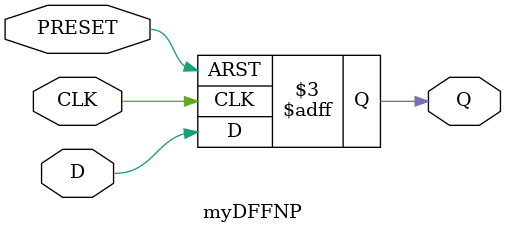
<source format=v>
module myDFFNP (output reg Q, input D, CLK, PRESET);
	parameter [0:0] INIT = 1'b1;
	initial Q = INIT;
	always @(negedge CLK or posedge PRESET) begin
		if(PRESET)
			Q <= 1'b1;
		else
			Q <= D;
	end
endmodule
</source>
